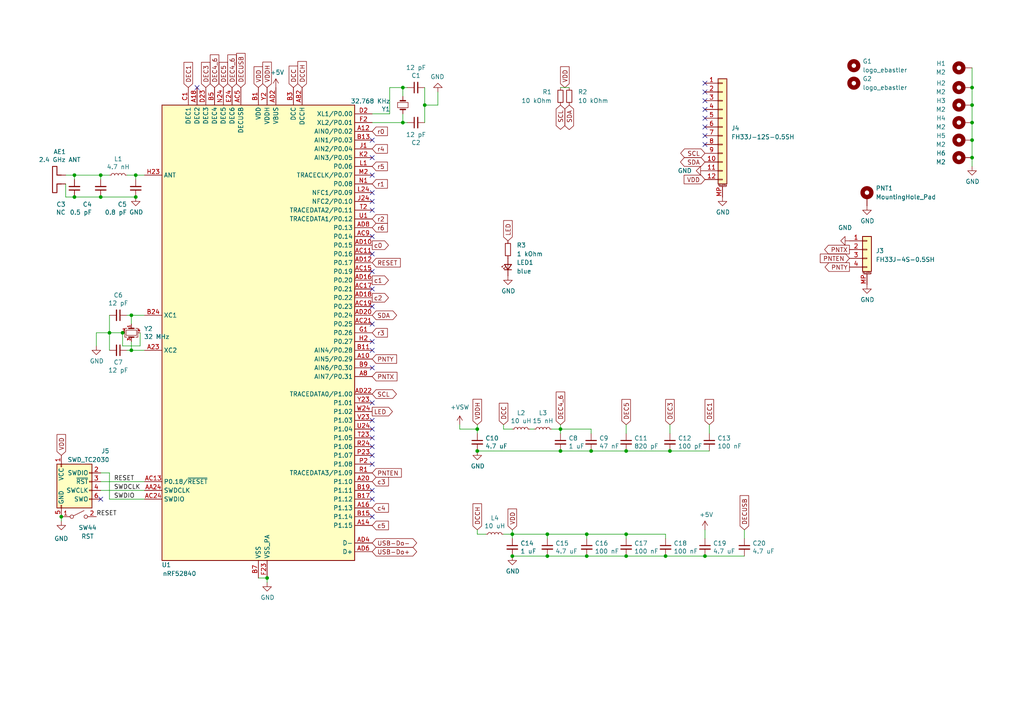
<source format=kicad_sch>
(kicad_sch (version 20230121) (generator eeschema)
  (paper "A4")
  (lib_symbols
    (symbol "Connector_Generic_MountingPin:Conn_01x04_MountingPin" (pin_names (offset 1.016) hide)
      (property "Reference" "J" (at 0 5.08 0))
      (property "Value" "Conn_01x04_MountingPin" (at 1.27 -7.62 0))
      (symbol "Conn_01x04_MountingPin_1_1"
        (rectangle (start -1.27 -4.953) (end 0 -5.207) (stroke (width 0.1524)))
        (rectangle (start -1.27 -2.413) (end 0 -2.667) (stroke (width 0.1524)))
        (rectangle (start -1.27 0.127) (end 0 -0.127) (stroke (width 0.1524)))
        (rectangle (start -1.27 2.667) (end 0 2.413) (stroke (width 0.1524)))
        (rectangle (start -1.27 3.81) (end 1.27 -6.35) (stroke (width 0.254)) (fill (type background)))
        (polyline (pts (xy -1.016 -7.112) (xy 1.016 -7.112)) (stroke (width 0.1524)))
        (text "Mounting" (at 0 -6.731 0) (effects (font (size 0.381 0.381))))
        (pin passive line (at -5.08 2.54 0) (length 3.81) (name "Pin_1") (number "1"))
        (pin passive line (at -5.08 0 0) (length 3.81) (name "Pin_2") (number "2"))
        (pin passive line (at -5.08 -2.54 0) (length 3.81) (name "Pin_3") (number "3"))
        (pin passive line (at -5.08 -5.08 0) (length 3.81) (name "Pin_4") (number "4"))
        (pin passive line (at 0 -10.16 90) (length 3.048) (name "MountPin") (number "MP"))
      )
    )
    (symbol "Connector_Generic_MountingPin:Conn_01x12_MountingPin" (pin_names (offset 1.016) hide)
      (property "Reference" "J" (at 0 15.24 0))
      (property "Value" "Conn_01x12_MountingPin" (at 1.27 -17.78 0))
      (symbol "Conn_01x12_MountingPin_1_1"
        (rectangle (start -1.27 -15.113) (end 0 -15.367) (stroke (width 0.1524)))
        (rectangle (start -1.27 -12.573) (end 0 -12.827) (stroke (width 0.1524)))
        (rectangle (start -1.27 -10.033) (end 0 -10.287) (stroke (width 0.1524)))
        (rectangle (start -1.27 -7.493) (end 0 -7.747) (stroke (width 0.1524)))
        (rectangle (start -1.27 -4.953) (end 0 -5.207) (stroke (width 0.1524)))
        (rectangle (start -1.27 -2.413) (end 0 -2.667) (stroke (width 0.1524)))
        (rectangle (start -1.27 0.127) (end 0 -0.127) (stroke (width 0.1524)))
        (rectangle (start -1.27 2.667) (end 0 2.413) (stroke (width 0.1524)))
        (rectangle (start -1.27 5.207) (end 0 4.953) (stroke (width 0.1524)))
        (rectangle (start -1.27 7.747) (end 0 7.493) (stroke (width 0.1524)))
        (rectangle (start -1.27 10.287) (end 0 10.033) (stroke (width 0.1524)))
        (rectangle (start -1.27 12.827) (end 0 12.573) (stroke (width 0.1524)))
        (rectangle (start -1.27 13.97) (end 1.27 -16.51) (stroke (width 0.254)) (fill (type background)))
        (polyline (pts (xy -1.016 -17.272) (xy 1.016 -17.272)) (stroke (width 0.1524)))
        (text "Mounting" (at 0 -16.891 0) (effects (font (size 0.381 0.381))))
        (pin passive line (at -5.08 12.7 0) (length 3.81) (name "Pin_1") (number "1"))
        (pin passive line (at -5.08 -10.16 0) (length 3.81) (name "Pin_10") (number "10"))
        (pin passive line (at -5.08 -12.7 0) (length 3.81) (name "Pin_11") (number "11"))
        (pin passive line (at -5.08 -15.24 0) (length 3.81) (name "Pin_12") (number "12"))
        (pin passive line (at -5.08 10.16 0) (length 3.81) (name "Pin_2") (number "2"))
        (pin passive line (at -5.08 7.62 0) (length 3.81) (name "Pin_3") (number "3"))
        (pin passive line (at -5.08 5.08 0) (length 3.81) (name "Pin_4") (number "4"))
        (pin passive line (at -5.08 2.54 0) (length 3.81) (name "Pin_5") (number "5"))
        (pin passive line (at -5.08 0 0) (length 3.81) (name "Pin_6") (number "6"))
        (pin passive line (at -5.08 -2.54 0) (length 3.81) (name "Pin_7") (number "7"))
        (pin passive line (at -5.08 -5.08 0) (length 3.81) (name "Pin_8") (number "8"))
        (pin passive line (at -5.08 -7.62 0) (length 3.81) (name "Pin_9") (number "9"))
        (pin passive line (at 0 -20.32 90) (length 3.048) (name "MountPin") (number "MP"))
      )
    )
    (symbol "Device:Antenna_Dipole" (pin_numbers hide) (pin_names (offset 1.016) hide)
      (property "Reference" "AE" (at 1.27 1.27 0))
      (property "Value" "Antenna_Dipole" (at 1.27 0 0))
      (symbol "Antenna_Dipole_0_1"
        (polyline (pts (xy 2.54 -3.81) (xy 2.54 -2.54) (xy 5.08 -2.54) (xy 5.08 -1.27) (xy -2.54 -1.27) (xy -2.54 -2.54) (xy 0 -2.54) (xy 0 -3.81)) (stroke (width 0.254)))
      )
      (symbol "Antenna_Dipole_1_1"
        (pin input line (at 0 -5.08 90) (length 2.54) (name "~") (number "1"))
        (pin input line (at 2.54 -5.08 90) (length 2.54) (name "~") (number "2"))
      )
    )
    (symbol "Device:C_Small" (pin_numbers hide) (pin_names (offset 0.254) hide)
      (property "Reference" "C" (at 0.254 1.778 0))
      (property "Value" "C_Small" (at 0.254 -2.032 0))
      (symbol "C_Small_0_1"
        (polyline (pts (xy -1.524 -0.508) (xy 1.524 -0.508)) (stroke (width 0.3302)))
        (polyline (pts (xy -1.524 0.508) (xy 1.524 0.508)) (stroke (width 0.3048)))
      )
      (symbol "C_Small_1_1"
        (pin passive line (at 0 2.54 270) (length 2.032) (name "~") (number "1"))
        (pin passive line (at 0 -2.54 90) (length 2.032) (name "~") (number "2"))
      )
    )
    (symbol "Device:Crystal_GND24_Small" (pin_names (offset 1.016) hide)
      (property "Reference" "Y" (at 1.27 4.445 0))
      (property "Value" "Crystal_GND24_Small" (at 1.27 2.54 0))
      (symbol "Crystal_GND24_Small_0_1"
        (rectangle (start -0.762 -1.524) (end 0.762 1.524))
        (polyline (pts (xy -1.27 -0.762) (xy -1.27 0.762)) (stroke (width 0.381)))
        (polyline (pts (xy 1.27 -0.762) (xy 1.27 0.762)) (stroke (width 0.381)))
        (polyline (pts (xy -1.27 -1.27) (xy -1.27 -1.905) (xy 1.27 -1.905) (xy 1.27 -1.27)))
        (polyline (pts (xy -1.27 1.27) (xy -1.27 1.905) (xy 1.27 1.905) (xy 1.27 1.27)))
      )
      (symbol "Crystal_GND24_Small_1_1"
        (pin passive line (at -2.54 0 0) (length 1.27) (name "1") (number "1"))
        (pin passive line (at 0 -2.54 90) (length 0.635) (name "2") (number "2"))
        (pin passive line (at 2.54 0 180) (length 1.27) (name "3") (number "3"))
        (pin passive line (at 0 2.54 270) (length 0.635) (name "4") (number "4"))
      )
    )
    (symbol "Device:Crystal_Small" (pin_numbers hide) (pin_names (offset 1.016) hide)
      (property "Reference" "Y" (at 0 2.54 0))
      (property "Value" "Crystal_Small" (at 0 -2.54 0))
      (symbol "Crystal_Small_0_1"
        (rectangle (start -0.762 -1.524) (end 0.762 1.524))
        (polyline (pts (xy -1.27 -0.762) (xy -1.27 0.762)) (stroke (width 0.381)))
        (polyline (pts (xy 1.27 -0.762) (xy 1.27 0.762)) (stroke (width 0.381)))
      )
      (symbol "Crystal_Small_1_1"
        (pin passive line (at -2.54 0 0) (length 1.27) (name "1") (number "1"))
        (pin passive line (at 2.54 0 180) (length 1.27) (name "2") (number "2"))
      )
    )
    (symbol "Device:LED_Small" (pin_numbers hide) (pin_names (offset 0.254) hide)
      (property "Reference" "D" (at -1.27 3.175 0))
      (property "Value" "LED_Small" (at -4.445 -2.54 0))
      (symbol "LED_Small_0_1"
        (polyline (pts (xy -0.762 -1.016) (xy -0.762 1.016)) (stroke (width 0.254)))
        (polyline (pts (xy 1.016 0) (xy -0.762 0)))
        (polyline (pts (xy 0.762 -1.016) (xy -0.762 0) (xy 0.762 1.016) (xy 0.762 -1.016)) (stroke (width 0.254)))
        (polyline (pts (xy 0 0.762) (xy -0.508 1.27) (xy -0.254 1.27) (xy -0.508 1.27) (xy -0.508 1.016)))
        (polyline (pts (xy 0.508 1.27) (xy 0 1.778) (xy 0.254 1.778) (xy 0 1.778) (xy 0 1.524)))
      )
      (symbol "LED_Small_1_1"
        (pin passive line (at -2.54 0 0) (length 1.778) (name "K") (number "1"))
        (pin passive line (at 2.54 0 180) (length 1.778) (name "A") (number "2"))
      )
    )
    (symbol "Device:L_Small" (pin_numbers hide) (pin_names (offset 0.254) hide)
      (property "Reference" "L" (at 0.762 1.016 0))
      (property "Value" "L_Small" (at 0.762 -1.016 0))
      (symbol "L_Small_0_1"
        (arc (start 0 -2.032) (mid 0.5058 -1.524) (end 0 -1.016))
        (arc (start 0 -1.016) (mid 0.5058 -0.508) (end 0 0))
        (arc (start 0 0) (mid 0.5058 0.508) (end 0 1.016))
        (arc (start 0 1.016) (mid 0.5058 1.524) (end 0 2.032))
      )
      (symbol "L_Small_1_1"
        (pin passive line (at 0 2.54 270) (length 0.508) (name "~") (number "1"))
        (pin passive line (at 0 -2.54 90) (length 0.508) (name "~") (number "2"))
      )
    )
    (symbol "Device:R_Small" (pin_numbers hide) (pin_names (offset 0.254) hide)
      (property "Reference" "R" (at 0.762 0.508 0))
      (property "Value" "R_Small" (at 0.762 -1.016 0))
      (symbol "R_Small_0_1"
        (rectangle (start -0.762 1.778) (end 0.762 -1.778) (stroke (width 0.2032)))
      )
      (symbol "R_Small_1_1"
        (pin passive line (at 0 2.54 270) (length 0.762) (name "~") (number "1"))
        (pin passive line (at 0 -2.54 90) (length 0.762) (name "~") (number "2"))
      )
    )
    (symbol "MCU_Nordic:nRF52840"
      (property "Reference" "U" (at 0 5.08 0))
      (property "Value" "nRF52840" (at 0 2.54 0))
      (symbol "nRF52840_0_1"
        (rectangle (start -27.94 66.04) (end 27.94 -66.04) (stroke (width 0.254)) (fill (type background)))
      )
      (symbol "nRF52840_1_1"
        (pin bidirectional line (at 33.02 -7.62 180) (length 5.08) (name "AIN5/P0.29") (number "A10"))
        (pin bidirectional line (at 33.02 58.42 180) (length 5.08) (name "AIN0/P0.02") (number "A12"))
        (pin bidirectional line (at 33.02 -55.88 180) (length 5.08) (name "P1.15") (number "A14"))
        (pin bidirectional line (at 33.02 -50.8 180) (length 5.08) (name "P1.13") (number "A16"))
        (pin passive line (at -17.78 71.12 270) (length 5.08) (name "DEC2") (number "A18"))
        (pin bidirectional line (at 33.02 -43.18 180) (length 5.08) (name "P1.10") (number "A20"))
        (pin passive line (at 0 71.12 270) (length 5.08) hide (name "VDD") (number "A22"))
        (pin input line (at -33.02 -5.08 0) (length 5.08) (name "XC2") (number "A23"))
        (pin bidirectional line (at 33.02 -12.7 180) (length 5.08) (name "AIN7/P0.31") (number "A8"))
        (pin input line (at -33.02 -45.72 0) (length 5.08) (name "SWDCLK") (number "AA24"))
        (pin power_out line (at 12.7 71.12 270) (length 5.08) (name "DCCH") (number "AB2"))
        (pin bidirectional line (at 33.02 22.86 180) (length 5.08) (name "P0.16") (number "AC11"))
        (pin bidirectional line (at -33.02 -43.18 0) (length 5.08) (name "P0.18/~{RESET}") (number "AC13"))
        (pin bidirectional line (at 33.02 17.78 180) (length 5.08) (name "P0.19") (number "AC15"))
        (pin bidirectional line (at 33.02 12.7 180) (length 5.08) (name "P0.21") (number "AC17"))
        (pin bidirectional line (at 33.02 7.62 180) (length 5.08) (name "P0.23") (number "AC19"))
        (pin bidirectional line (at 33.02 2.54 180) (length 5.08) (name "P0.25") (number "AC21"))
        (pin bidirectional line (at -33.02 -48.26 0) (length 5.08) (name "SWDIO") (number "AC24"))
        (pin passive line (at -5.08 71.12 270) (length 5.08) (name "DECUSB") (number "AC5"))
        (pin bidirectional line (at 33.02 27.94 180) (length 5.08) (name "P0.14") (number "AC9"))
        (pin bidirectional line (at 33.02 25.4 180) (length 5.08) (name "P0.15") (number "AD10"))
        (pin bidirectional line (at 33.02 20.32 180) (length 5.08) (name "P0.17") (number "AD12"))
        (pin passive line (at 0 71.12 270) (length 5.08) hide (name "VDD") (number "AD14"))
        (pin bidirectional line (at 33.02 15.24 180) (length 5.08) (name "P0.20") (number "AD16"))
        (pin bidirectional line (at 33.02 10.16 180) (length 5.08) (name "P0.22") (number "AD18"))
        (pin power_in line (at 5.08 71.12 270) (length 5.08) (name "VBUS") (number "AD2"))
        (pin bidirectional line (at 33.02 5.08 180) (length 5.08) (name "P0.24") (number "AD20"))
        (pin bidirectional line (at 33.02 -17.78 180) (length 5.08) (name "TRACEDATA0/P1.00") (number "AD22"))
        (pin passive line (at 0 71.12 270) (length 5.08) hide (name "VDD") (number "AD23"))
        (pin bidirectional line (at 33.02 -60.96 180) (length 5.08) (name "D-") (number "AD4"))
        (pin bidirectional line (at 33.02 -63.5 180) (length 5.08) (name "D+") (number "AD6"))
        (pin bidirectional line (at 33.02 30.48 180) (length 5.08) (name "P0.13") (number "AD8"))
        (pin power_in line (at 0 71.12 270) (length 5.08) (name "VDD") (number "B1"))
        (pin bidirectional line (at 33.02 -5.08 180) (length 5.08) (name "AIN4/P0.28") (number "B11"))
        (pin bidirectional line (at 33.02 55.88 180) (length 5.08) (name "AIN1/P0.03") (number "B13"))
        (pin bidirectional line (at 33.02 -53.34 180) (length 5.08) (name "P1.14") (number "B15"))
        (pin bidirectional line (at 33.02 -48.26 180) (length 5.08) (name "P1.12") (number "B17"))
        (pin bidirectional line (at 33.02 -45.72 180) (length 5.08) (name "P1.11") (number "B19"))
        (pin input line (at -33.02 5.08 0) (length 5.08) (name "XC1") (number "B24"))
        (pin power_out line (at 10.16 71.12 270) (length 5.08) (name "DCC") (number "B3"))
        (pin passive line (at -12.7 71.12 270) (length 5.08) (name "DEC4") (number "B5"))
        (pin power_in line (at 0 -71.12 90) (length 5.08) (name "VSS") (number "B7"))
        (pin bidirectional line (at 33.02 -10.16 180) (length 5.08) (name "AIN6/P0.30") (number "B9"))
        (pin passive line (at -20.32 71.12 270) (length 5.08) (name "DEC1") (number "C1"))
        (pin bidirectional line (at 33.02 63.5 180) (length 5.08) (name "XL1/P0.00") (number "D2"))
        (pin passive line (at -15.24 71.12 270) (length 5.08) (name "DEC3") (number "D23"))
        (pin passive line (at -7.62 71.12 270) (length 5.08) (name "DEC6") (number "E24"))
        (pin passive line (at 0 -71.12 90) (length 5.08) hide (name "VSS") (number "EP"))
        (pin bidirectional line (at 33.02 60.96 180) (length 5.08) (name "XL2/P0.01") (number "F2"))
        (pin power_in line (at 2.54 -71.12 90) (length 5.08) (name "VSS_PA") (number "F23"))
        (pin bidirectional line (at 33.02 0 180) (length 5.08) (name "P0.26") (number "G1"))
        (pin bidirectional line (at 33.02 -2.54 180) (length 5.08) (name "P0.27") (number "H2"))
        (pin passive line (at -33.02 45.72 0) (length 5.08) (name "ANT") (number "H23"))
        (pin bidirectional line (at 33.02 53.34 180) (length 5.08) (name "AIN2/P0.04") (number "J1"))
        (pin bidirectional line (at 33.02 38.1 180) (length 5.08) (name "NFC2/P0.10") (number "J24"))
        (pin bidirectional line (at 33.02 50.8 180) (length 5.08) (name "AIN3/P0.05") (number "K2"))
        (pin bidirectional line (at 33.02 48.26 180) (length 5.08) (name "P0.06") (number "L1"))
        (pin bidirectional line (at 33.02 40.64 180) (length 5.08) (name "NFC1/P0.09") (number "L24"))
        (pin bidirectional line (at 33.02 45.72 180) (length 5.08) (name "TRACECLK/P0.07") (number "M2"))
        (pin bidirectional line (at 33.02 43.18 180) (length 5.08) (name "P0.08") (number "N1"))
        (pin passive line (at -10.16 71.12 270) (length 5.08) (name "DEC5") (number "N24"))
        (pin bidirectional line (at 33.02 -38.1 180) (length 5.08) (name "P1.08") (number "P2"))
        (pin bidirectional line (at 33.02 -35.56 180) (length 5.08) (name "P1.07") (number "P23"))
        (pin bidirectional line (at 33.02 -40.64 180) (length 5.08) (name "TRACEDATA3/P1.09") (number "R1"))
        (pin bidirectional line (at 33.02 -33.02 180) (length 5.08) (name "P1.06") (number "R24"))
        (pin bidirectional line (at 33.02 35.56 180) (length 5.08) (name "TRACEDATA2/P0.11") (number "T2"))
        (pin bidirectional line (at 33.02 -30.48 180) (length 5.08) (name "P1.05") (number "T23"))
        (pin bidirectional line (at 33.02 33.02 180) (length 5.08) (name "TRACEDATA1/P0.12") (number "U1"))
        (pin bidirectional line (at 33.02 -27.94 180) (length 5.08) (name "P1.04") (number "U24"))
        (pin bidirectional line (at 33.02 -25.4 180) (length 5.08) (name "P1.03") (number "V23"))
        (pin passive line (at 0 71.12 270) (length 5.08) hide (name "VDD") (number "W1"))
        (pin bidirectional line (at 33.02 -22.86 180) (length 5.08) (name "P1.02") (number "W24"))
        (pin power_in line (at 2.54 71.12 270) (length 5.08) (name "VDDH") (number "Y2"))
        (pin bidirectional line (at 33.02 -20.32 180) (length 5.08) (name "P1.01") (number "Y23"))
      )
    )
    (symbol "Mechanical:MountingHole" (pin_names (offset 1.016))
      (property "Reference" "H" (at 0 5.08 0))
      (property "Value" "MountingHole" (at 0 3.175 0))
      (symbol "MountingHole_0_1"
        (circle (center 0 0) (radius 1.27) (stroke (width 1.27)))
      )
    )
    (symbol "Mechanical:MountingHole_Pad" (pin_numbers hide) (pin_names (offset 1.016) hide)
      (property "Reference" "H" (at 0 6.35 0))
      (property "Value" "MountingHole_Pad" (at 0 4.445 0))
      (symbol "MountingHole_Pad_0_1"
        (circle (center 0 1.27) (radius 1.27) (stroke (width 1.27)))
      )
      (symbol "MountingHole_Pad_1_1"
        (pin input line (at 0 -2.54 90) (length 2.54) (name "1") (number "1"))
      )
    )
    (symbol "MountingHole_Pad_1" (pin_numbers hide) (pin_names (offset 1.016) hide)
      (property "Reference" "PNT1" (at 2.54 2.5401 0))
      (property "Value" "MountingHole_Pad_1" (at 2.54 0.0001 0))
      (symbol "MountingHole_Pad_1_0_1"
        (circle (center 0 1.27) (radius 1.27) (stroke (width 1.27)))
      )
      (symbol "MountingHole_Pad_1_1_1"
        (pin input line (at 0 -2.54 90) (length 2.54) (name "MP") (number "MP"))
      )
    )
    (symbol "Switch:SW_SPST" (pin_names (offset 0) hide)
      (property "Reference" "SW" (at 0 3.175 0))
      (property "Value" "SW_SPST" (at 0 -2.54 0))
      (symbol "SW_SPST_0_0"
        (circle (center -2.032 0) (radius 0.508))
        (polyline (pts (xy -1.524 0.254) (xy 1.524 1.778)))
        (circle (center 2.032 0) (radius 0.508))
      )
      (symbol "SW_SPST_1_1"
        (pin passive line (at -5.08 0 0) (length 2.54) (name "A") (number "1"))
        (pin passive line (at 5.08 0 180) (length 2.54) (name "B") (number "2"))
      )
    )
    (symbol "marbastlib-various:JTAG_TC2030" (pin_names (offset 1.016))
      (property "Reference" "J" (at -3.81 -6.35 0))
      (property "Value" "JTAG_TC2030" (at -10.16 8.89 0))
      (symbol "JTAG_TC2030_0_1"
        (rectangle (start -3.81 7.62) (end 6.35 -5.08) (stroke (width 0.254)) (fill (type background)))
        (rectangle (start -3.048 -2.667) (end -3.81 -2.413))
        (rectangle (start -3.048 -0.127) (end -3.81 0.127))
        (rectangle (start -3.048 2.413) (end -3.81 2.667))
        (rectangle (start -3.048 4.953) (end -3.81 5.207))
        (rectangle (start 4.953 -5.08) (end 5.207 -4.318))
        (rectangle (start 4.953 6.858) (end 5.207 7.62))
      )
      (symbol "JTAG_TC2030_1_1"
        (pin passive line (at 5.08 10.16 270) (length 2.54) (name "VCC") (number "1"))
        (pin passive line (at -6.35 5.08 0) (length 2.54) (name "SWDIO") (number "2"))
        (pin passive line (at -6.35 2.54 0) (length 2.54) (name "~{RST}") (number "3"))
        (pin passive line (at -6.35 0 0) (length 2.54) (name "SWCLK") (number "4"))
        (pin passive line (at 5.08 -7.62 90) (length 2.54) (name "GND") (number "5"))
        (pin passive line (at -6.35 -2.54 0) (length 2.54) (name "SWO") (number "6"))
      )
    )
    (symbol "power:+5V" (power) (pin_names (offset 0))
      (property "Value" "+5V" (at 0 3.556 0))
      (symbol "+5V_0_1"
        (polyline (pts (xy -0.762 1.27) (xy 0 2.54)))
        (polyline (pts (xy 0 0) (xy 0 2.54)))
        (polyline (pts (xy 0 2.54) (xy 0.762 1.27)))
      )
      (symbol "+5V_1_1"
        (pin power_in line (at 0 0 90) (length 0) hide (name "+5V") (number "1"))
      )
    )
    (symbol "power:+VSW" (power) (pin_names (offset 0))
      (property "Value" "+VSW" (at 0 3.556 0))
      (symbol "+VSW_0_1"
        (polyline (pts (xy -0.762 1.27) (xy 0 2.54)))
        (polyline (pts (xy 0 0) (xy 0 2.54)))
        (polyline (pts (xy 0 2.54) (xy 0.762 1.27)))
      )
      (symbol "+VSW_1_1"
        (pin power_in line (at 0 0 90) (length 0) hide (name "+VSW") (number "1"))
      )
    )
    (symbol "power:GND" (power) (pin_names (offset 0))
      (property "Value" "GND" (at 0 -3.81 0))
      (symbol "GND_0_1"
        (polyline (pts (xy 0 0) (xy 0 -1.27) (xy 1.27 -1.27) (xy 0 -2.54) (xy -1.27 -1.27) (xy 0 -1.27)))
      )
      (symbol "GND_1_1"
        (pin power_in line (at 0 0 270) (length 0) hide (name "GND") (number "1"))
      )
    )
  )
  (junction (at 35.56 96.52) (diameter 0.9144))
  (junction (at 281.94 30.48))
  (junction (at 29.21 57.15) (diameter 0.9144))
  (junction (at 162.56 130.81) (diameter 0.9144))
  (junction (at 77.47 167.64) (diameter 0.9144))
  (junction (at 193.04 161.29) (diameter 0.9144))
  (junction (at 170.18 161.29) (diameter 0.9144))
  (junction (at 158.75 154.94) (diameter 0.9144))
  (junction (at 281.94 40.64))
  (junction (at 21.59 57.15))
  (junction (at 31.75 96.52) (diameter 0.9144))
  (junction (at 39.37 57.15) (diameter 0.9144))
  (junction (at 39.37 50.8) (diameter 0.9144))
  (junction (at 158.75 161.29) (diameter 0.9144))
  (junction (at 17.78 149.86))
  (junction (at 181.61 154.94) (diameter 0.9144))
  (junction (at 138.43 124.46) (diameter 0.9144))
  (junction (at 123.19 30.48) (diameter 0.9144))
  (junction (at 204.47 161.29) (diameter 0.9144))
  (junction (at 281.94 25.4))
  (junction (at 148.59 161.29) (diameter 0.9144))
  (junction (at 170.18 154.94) (diameter 0.9144))
  (junction (at 29.21 50.8) (diameter 0.9144))
  (junction (at 116.84 25.4) (diameter 0.9144))
  (junction (at 194.31 130.81) (diameter 0.9144))
  (junction (at 181.61 130.81) (diameter 0.9144))
  (junction (at 38.1 91.44) (diameter 0.9144))
  (junction (at 162.56 124.46) (diameter 0.9144))
  (junction (at 38.1 101.6) (diameter 0.9144))
  (junction (at 281.94 45.72))
  (junction (at 21.59 50.8))
  (junction (at 171.45 130.81) (diameter 0.9144))
  (junction (at 116.84 35.56) (diameter 0.9144))
  (junction (at 181.61 161.29) (diameter 0.9144))
  (junction (at 281.94 35.56))
  (junction (at 138.43 130.81) (diameter 0.9144))
  (junction (at 148.59 154.94) (diameter 0.9144))
  (no_connect (at 107.95 142.24))
  (no_connect (at 204.47 41.91))
  (no_connect (at 204.47 39.37))
  (no_connect (at 204.47 36.83))
  (no_connect (at 204.47 34.29))
  (no_connect (at 204.47 31.75))
  (no_connect (at 204.47 29.21))
  (no_connect (at 204.47 26.67))
  (no_connect (at 204.47 24.13))
  (no_connect (at 107.95 78.74))
  (no_connect (at 107.95 88.9))
  (no_connect (at 107.95 134.62))
  (no_connect (at 107.95 149.86))
  (no_connect (at 107.95 50.8))
  (no_connect (at 107.95 144.78))
  (no_connect (at 107.95 83.82))
  (no_connect (at 107.95 121.92))
  (no_connect (at 107.95 132.08))
  (no_connect (at 107.95 73.66))
  (no_connect (at 29.21 144.78))
  (no_connect (at 107.95 101.6))
  (no_connect (at 107.95 58.42))
  (no_connect (at 107.95 106.68))
  (no_connect (at 107.95 129.54))
  (no_connect (at 107.95 124.46))
  (no_connect (at 107.95 55.88))
  (no_connect (at 107.95 68.58))
  (no_connect (at 107.95 60.96))
  (no_connect (at 57.15 25.4))
  (no_connect (at 107.95 45.72))
  (no_connect (at 107.95 99.06))
  (no_connect (at 107.95 40.64))
  (no_connect (at 107.95 116.84))
  (no_connect (at 107.95 127))
  (no_connect (at 107.95 93.98))
  (wire (pts (xy 31.75 101.6) (xy 31.75 96.52)))
  (wire (pts (xy 116.84 25.4) (xy 118.11 25.4)))
  (wire (pts (xy 27.94 100.33) (xy 27.94 96.52)))
  (wire (pts (xy 19.05 57.15) (xy 21.59 57.15)))
  (wire (pts (xy 281.94 25.4) (xy 281.94 30.48)))
  (wire (pts (xy 17.78 149.86) (xy 17.78 151.13)))
  (wire (pts (xy 29.21 139.7) (xy 41.91 139.7)))
  (wire (pts (xy 204.47 161.29) (xy 215.9 161.29)))
  (wire (pts (xy 148.59 161.29) (xy 158.75 161.29)))
  (wire (pts (xy 29.21 142.24) (xy 41.91 142.24)))
  (wire (pts (xy 138.43 125.73) (xy 138.43 124.46)))
  (wire (pts (xy 107.95 35.56) (xy 116.84 35.56)))
  (wire (pts (xy 281.94 45.72) (xy 281.94 48.26)))
  (wire (pts (xy 281.94 35.56) (xy 281.94 40.64)))
  (wire (pts (xy 170.18 154.94) (xy 170.18 156.21)))
  (wire (pts (xy 170.18 154.94) (xy 181.61 154.94)))
  (wire (pts (xy 193.04 154.94) (xy 193.04 156.21)))
  (wire (pts (xy 116.84 25.4) (xy 113.03 25.4)))
  (wire (pts (xy 38.1 91.44) (xy 36.83 91.44)))
  (wire (pts (xy 158.75 161.29) (xy 170.18 161.29)))
  (wire (pts (xy 162.56 124.46) (xy 171.45 124.46)))
  (wire (pts (xy 146.05 124.46) (xy 148.59 124.46)))
  (wire (pts (xy 162.56 124.46) (xy 162.56 123.19)))
  (wire (pts (xy 140.97 154.94) (xy 138.43 154.94)))
  (wire (pts (xy 204.47 153.67) (xy 204.47 156.21)))
  (wire (pts (xy 138.43 130.81) (xy 162.56 130.81)))
  (wire (pts (xy 127 30.48) (xy 123.19 30.48)))
  (wire (pts (xy 38.1 91.44) (xy 41.91 91.44)))
  (wire (pts (xy 148.59 154.94) (xy 158.75 154.94)))
  (wire (pts (xy 215.9 153.67) (xy 215.9 156.21)))
  (wire (pts (xy 171.45 130.81) (xy 181.61 130.81)))
  (wire (pts (xy 21.59 57.15) (xy 29.21 57.15)))
  (wire (pts (xy 181.61 154.94) (xy 193.04 154.94)))
  (wire (pts (xy 133.35 124.46) (xy 138.43 124.46)))
  (wire (pts (xy 148.59 154.94) (xy 148.59 156.21)))
  (wire (pts (xy 193.04 161.29) (xy 204.47 161.29)))
  (wire (pts (xy 160.02 124.46) (xy 162.56 124.46)))
  (wire (pts (xy 181.61 161.29) (xy 193.04 161.29)))
  (wire (pts (xy 153.67 124.46) (xy 154.94 124.46)))
  (wire (pts (xy 281.94 40.64) (xy 281.94 45.72)))
  (wire (pts (xy 21.59 50.8) (xy 21.59 52.07)))
  (wire (pts (xy 113.03 33.02) (xy 107.95 33.02)))
  (wire (pts (xy 171.45 124.46) (xy 171.45 125.73)))
  (wire (pts (xy 158.75 156.21) (xy 158.75 154.94)))
  (wire (pts (xy 31.75 137.16) (xy 31.75 144.78)))
  (wire (pts (xy 77.47 168.91) (xy 77.47 167.64)))
  (wire (pts (xy 29.21 137.16) (xy 31.75 137.16)))
  (wire (pts (xy 35.56 96.52) (xy 31.75 96.52)))
  (wire (pts (xy 194.31 130.81) (xy 205.74 130.81)))
  (wire (pts (xy 133.35 123.19) (xy 133.35 124.46)))
  (wire (pts (xy 40.64 96.52) (xy 40.64 100.33)))
  (wire (pts (xy 40.64 100.33) (xy 35.56 100.33)))
  (wire (pts (xy 146.05 123.19) (xy 146.05 124.46)))
  (wire (pts (xy 38.1 93.98) (xy 38.1 91.44)))
  (wire (pts (xy 162.56 25.4) (xy 165.1 25.4)))
  (wire (pts (xy 31.75 96.52) (xy 31.75 91.44)))
  (wire (pts (xy 205.74 123.19) (xy 205.74 125.73)))
  (wire (pts (xy 281.94 30.48) (xy 281.94 35.56)))
  (wire (pts (xy 148.59 154.94) (xy 146.05 154.94)))
  (wire (pts (xy 27.94 96.52) (xy 31.75 96.52)))
  (wire (pts (xy 38.1 99.06) (xy 38.1 101.6)))
  (wire (pts (xy 39.37 50.8) (xy 41.91 50.8)))
  (wire (pts (xy 116.84 35.56) (xy 118.11 35.56)))
  (wire (pts (xy 19.05 53.34) (xy 19.05 57.15)))
  (wire (pts (xy 35.56 100.33) (xy 35.56 96.52)))
  (wire (pts (xy 31.75 144.78) (xy 41.91 144.78)))
  (wire (pts (xy 170.18 161.29) (xy 181.61 161.29)))
  (wire (pts (xy 123.19 25.4) (xy 123.19 30.48)))
  (wire (pts (xy 123.19 30.48) (xy 123.19 35.56)))
  (wire (pts (xy 281.94 19.685) (xy 281.94 25.4)))
  (wire (pts (xy 148.59 153.67) (xy 148.59 154.94)))
  (wire (pts (xy 194.31 123.19) (xy 194.31 125.73)))
  (wire (pts (xy 181.61 125.73) (xy 181.61 123.19)))
  (wire (pts (xy 29.21 57.15) (xy 39.37 57.15)))
  (wire (pts (xy 162.56 124.46) (xy 162.56 125.73)))
  (wire (pts (xy 158.75 154.94) (xy 170.18 154.94)))
  (wire (pts (xy 36.83 50.8) (xy 39.37 50.8)))
  (wire (pts (xy 77.47 167.64) (xy 74.93 167.64)))
  (wire (pts (xy 181.61 130.81) (xy 194.31 130.81)))
  (wire (pts (xy 138.43 124.46) (xy 138.43 123.19)))
  (wire (pts (xy 21.59 50.8) (xy 29.21 50.8)))
  (wire (pts (xy 38.1 101.6) (xy 36.83 101.6)))
  (wire (pts (xy 19.05 50.8) (xy 21.59 50.8)))
  (wire (pts (xy 39.37 50.8) (xy 39.37 52.07)))
  (wire (pts (xy 162.56 130.81) (xy 171.45 130.81)))
  (wire (pts (xy 138.43 153.67) (xy 138.43 154.94)))
  (wire (pts (xy 29.21 50.8) (xy 29.21 52.07)))
  (wire (pts (xy 38.1 101.6) (xy 41.91 101.6)))
  (wire (pts (xy 116.84 33.02) (xy 116.84 35.56)))
  (wire (pts (xy 113.03 25.4) (xy 113.03 33.02)))
  (wire (pts (xy 116.84 27.94) (xy 116.84 25.4)))
  (wire (pts (xy 127 26.67) (xy 127 30.48)))
  (wire (pts (xy 31.75 50.8) (xy 29.21 50.8)))
  (wire (pts (xy 181.61 154.94) (xy 181.61 156.21)))
  (label "RESET" (at 33.02 139.7 0))
  (label "SWDCLK" (at 33.02 142.24 0))
  (label "SWDIO" (at 33.02 144.78 0))
  (label "RESET" (at 27.94 149.86 0))
  (global_label "SCL" (shape bidirectional) (at 162.56 30.48 270) (property "Intersheetrefs" "${INTERSHEET_REFS}" (effects hide)))
  (global_label "PNTX" (shape input) (at 107.95 109.22 0) (property "Intersheetrefs" "${INTERSHEET_REFS}" (effects hide)))
  (global_label "DEC1" (shape input) (at 205.74 123.19 90) (property "Intersheetrefs" "${INTERSHEET_REFS}" (effects hide)))
  (global_label "r1" (shape input) (at 107.95 53.34 0) (property "Intersheetrefs" "${INTERSHEET_REFS}" (effects hide)))
  (global_label "USB-Do-" (shape bidirectional) (at 107.95 157.48 0) (property "Intersheetrefs" "${INTERSHEET_REFS}" (effects hide)))
  (global_label "SDA" (shape bidirectional) (at 107.95 91.44 0) (property "Intersheetrefs" "${INTERSHEET_REFS}" (effects hide)))
  (global_label "VDD" (shape input) (at 74.93 25.4 90) (property "Intersheetrefs" "${INTERSHEET_REFS}" (effects hide)))
  (global_label "DECUSB" (shape input) (at 69.85 25.4 90) (property "Intersheetrefs" "${INTERSHEET_REFS}" (effects hide)))
  (global_label "c1" (shape output) (at 107.95 81.28 0) (property "Intersheetrefs" "${INTERSHEET_REFS}" (effects hide)))
  (global_label "c5" (shape input) (at 107.95 152.4 0) (property "Intersheetrefs" "${INTERSHEET_REFS}" (effects hide)))
  (global_label "DEC5" (shape input) (at 64.77 25.4 90) (property "Intersheetrefs" "${INTERSHEET_REFS}" (effects hide)))
  (global_label "VDD" (shape input) (at 204.47 52.07 180) (property "Intersheetrefs" "${INTERSHEET_REFS}" (effects hide)))
  (global_label "PNTEN" (shape input) (at 246.38 74.93 180) (property "Intersheetrefs" "${INTERSHEET_REFS}" (effects hide)))
  (global_label "r3" (shape input) (at 107.95 96.52 0) (property "Intersheetrefs" "${INTERSHEET_REFS}" (effects hide)))
  (global_label "r6" (shape input) (at 107.95 66.04 0) (property "Intersheetrefs" "${INTERSHEET_REFS}" (effects hide)))
  (global_label "DEC4_6" (shape input) (at 67.31 25.4 90) (property "Intersheetrefs" "${INTERSHEET_REFS}" (effects hide)))
  (global_label "DECUSB" (shape input) (at 215.9 153.67 90) (property "Intersheetrefs" "${INTERSHEET_REFS}" (effects hide)))
  (global_label "VDDH" (shape input) (at 138.43 123.19 90) (property "Intersheetrefs" "${INTERSHEET_REFS}" (effects hide)))
  (global_label "LED" (shape output) (at 107.95 119.38 0) (property "Intersheetrefs" "${INTERSHEET_REFS}" (effects hide)))
  (global_label "r5" (shape input) (at 107.95 48.26 0) (property "Intersheetrefs" "${INTERSHEET_REFS}" (effects hide)))
  (global_label "SDA" (shape bidirectional) (at 204.47 46.99 180) (property "Intersheetrefs" "${INTERSHEET_REFS}" (effects hide)))
  (global_label "VDD" (shape input) (at 163.83 25.4 90) (property "Intersheetrefs" "${INTERSHEET_REFS}" (effects hide)))
  (global_label "r4" (shape input) (at 107.95 43.18 0) (property "Intersheetrefs" "${INTERSHEET_REFS}" (effects hide)))
  (global_label "c4" (shape input) (at 107.95 147.32 0) (property "Intersheetrefs" "${INTERSHEET_REFS}" (effects hide)))
  (global_label "SCL" (shape bidirectional) (at 107.95 114.3 0) (property "Intersheetrefs" "${INTERSHEET_REFS}" (effects hide)))
  (global_label "DEC3" (shape input) (at 59.69 25.4 90) (property "Intersheetrefs" "${INTERSHEET_REFS}" (effects hide)))
  (global_label "DCC" (shape input) (at 146.05 123.19 90) (property "Intersheetrefs" "${INTERSHEET_REFS}" (effects hide)))
  (global_label "DEC1" (shape input) (at 54.61 25.4 90) (property "Intersheetrefs" "${INTERSHEET_REFS}" (effects hide)))
  (global_label "PNTY" (shape output) (at 246.38 77.47 180) (property "Intersheetrefs" "${INTERSHEET_REFS}" (effects hide)))
  (global_label "DCCH" (shape input) (at 138.43 153.67 90) (property "Intersheetrefs" "${INTERSHEET_REFS}" (effects hide)))
  (global_label "DEC3" (shape input) (at 194.31 123.19 90) (property "Intersheetrefs" "${INTERSHEET_REFS}" (effects hide)))
  (global_label "RESET" (shape input) (at 107.95 76.2 0) (property "Intersheetrefs" "${INTERSHEET_REFS}" (effects hide)))
  (global_label "PNTEN" (shape input) (at 107.95 137.16 0) (property "Intersheetrefs" "${INTERSHEET_REFS}" (effects hide)))
  (global_label "DCC" (shape input) (at 85.09 25.4 90) (property "Intersheetrefs" "${INTERSHEET_REFS}" (effects hide)))
  (global_label "VDD" (shape input) (at 148.59 153.67 90) (property "Intersheetrefs" "${INTERSHEET_REFS}" (effects hide)))
  (global_label "DEC4_6" (shape input) (at 62.23 25.4 90) (property "Intersheetrefs" "${INTERSHEET_REFS}" (effects hide)))
  (global_label "PNTY" (shape input) (at 107.95 104.14 0) (property "Intersheetrefs" "${INTERSHEET_REFS}" (effects hide)))
  (global_label "DEC5" (shape input) (at 181.61 123.19 90) (property "Intersheetrefs" "${INTERSHEET_REFS}" (effects hide)))
  (global_label "c3" (shape input) (at 107.95 139.7 0) (property "Intersheetrefs" "${INTERSHEET_REFS}" (effects hide)))
  (global_label "DEC4_6" (shape input) (at 162.56 123.19 90) (property "Intersheetrefs" "${INTERSHEET_REFS}" (effects hide)))
  (global_label "r2" (shape input) (at 107.95 63.5 0) (property "Intersheetrefs" "${INTERSHEET_REFS}" (effects hide)))
  (global_label "USB-Do+" (shape bidirectional) (at 107.95 160.02 0) (property "Intersheetrefs" "${INTERSHEET_REFS}" (effects hide)))
  (global_label "SDA" (shape bidirectional) (at 165.1 30.48 270) (property "Intersheetrefs" "${INTERSHEET_REFS}" (effects hide)))
  (global_label "r0" (shape input) (at 107.95 38.1 0) (property "Intersheetrefs" "${INTERSHEET_REFS}" (effects hide)))
  (global_label "VDDH" (shape input) (at 77.47 25.4 90) (property "Intersheetrefs" "${INTERSHEET_REFS}" (effects hide)))
  (global_label "c2" (shape output) (at 107.95 86.36 0) (property "Intersheetrefs" "${INTERSHEET_REFS}" (effects hide)))
  (global_label "c0" (shape output) (at 107.95 71.12 0) (property "Intersheetrefs" "${INTERSHEET_REFS}" (effects hide)))
  (global_label "LED" (shape input) (at 147.32 69.85 90) (property "Intersheetrefs" "${INTERSHEET_REFS}" (effects hide)))
  (global_label "SCL" (shape bidirectional) (at 204.47 44.45 180) (property "Intersheetrefs" "${INTERSHEET_REFS}" (effects hide)))
  (global_label "VDD" (shape input) (at 17.78 132.08 90) (property "Intersheetrefs" "${INTERSHEET_REFS}" (effects hide)))
  (global_label "PNTX" (shape output) (at 246.38 72.39 180) (property "Intersheetrefs" "${INTERSHEET_REFS}" (effects hide)))
  (global_label "DCCH" (shape input) (at 87.63 25.4 90) (property "Intersheetrefs" "${INTERSHEET_REFS}" (effects hide)))
  (symbol (lib_id "power:GND") (at 246.38 69.85 270) (unit 1)
    (property "Reference" "#PWR08" (effects hide))
    (property "Value" "GND" (at 245.11 66.04 90))
  )
  (symbol (lib_id "power:+5V") (at 80.01 25.4 0) (unit 1)
    (property "Reference" "#PWR01" (effects hide))
    (property "Value" "+5V" (at 80.391 21.0058 0))
  )
  (symbol (lib_id "Device:C_Small") (at 162.56 128.27 0) (unit 1)
    (property "Reference" "C8" (at 164.8968 127.1016 0) (effects (justify left)))
    (property "Value" "1 uF" (at 164.8968 129.413 0) (effects (justify left)))
    (property "Footprint" "Capacitor_SMD:C_0402_1005Metric" (effects hide))
    (property "Notes" "X7R, 10%" (effects hide))
    (property "LCSC" "C52923" (effects hide))
  )
  (symbol (lib_id "Device:C_Small") (at 215.9 158.75 0) (unit 1)
    (property "Reference" "C20" (at 218.2368 157.5816 0) (effects (justify left)))
    (property "Value" "4.7 uF" (at 218.2368 159.893 0) (effects (justify left)))
    (property "Footprint" "Capacitor_SMD:C_0402_1005Metric" (effects hide))
    (property "Notes" "X7R, 10%" (effects hide))
    (property "LCSC" "C23733" (effects hide))
  )
  (symbol (lib_id "power:GND") (at 204.47 49.53 270) (unit 1)
    (property "Reference" "#PWR04" (effects hide))
    (property "Value" "GND" (at 200.66 49.5299 90) (effects (justify right)))
  )
  (symbol (lib_id "power:GND") (at 138.43 130.81 0) (unit 1)
    (property "Reference" "#PWR013" (effects hide))
    (property "Value" "GND" (at 138.557 135.2042 0))
  )
  (symbol (lib_id "Device:C_Small") (at 148.59 158.75 0) (unit 1)
    (property "Reference" "C14" (at 150.9268 157.5816 0) (effects (justify left)))
    (property "Value" "1 uF" (at 150.9268 159.893 0) (effects (justify left)))
    (property "Footprint" "Capacitor_SMD:C_0402_1005Metric" (effects hide))
    (property "Notes" "X7R, 10%" (effects hide))
    (property "LCSC" "C52923" (effects hide))
  )
  (symbol (lib_id "Device:C_Small") (at 171.45 128.27 0) (unit 1)
    (property "Reference" "C9" (at 173.7868 127.1016 0) (effects (justify left)))
    (property "Value" "47 nF" (at 173.7868 129.413 0) (effects (justify left)))
    (property "Footprint" "Capacitor_SMD:C_0402_1005Metric" (effects hide))
    (property "Notes" "X7R, 10%" (effects hide))
    (property "LCSC" "C26403" (effects hide))
  )
  (symbol (lib_id "Device:C_Small") (at 205.74 128.27 0) (unit 1)
    (property "Reference" "C13" (at 208.0768 127.1016 0) (effects (justify left)))
    (property "Value" "100 nF" (at 208.0768 129.413 0) (effects (justify left)))
    (property "Footprint" "Capacitor_SMD:C_0402_1005Metric" (effects hide))
    (property "Notes" "X7R, 10%" (effects hide))
    (property "LCSC" "C1525" (effects hide))
  )
  (symbol (lib_id "Device:C_Small") (at 170.18 158.75 0) (unit 1)
    (property "Reference" "C16" (at 172.5168 157.5816 0) (effects (justify left)))
    (property "Value" "100 nF" (at 172.5168 159.893 0) (effects (justify left)))
    (property "Footprint" "Capacitor_SMD:C_0402_1005Metric" (effects hide))
    (property "Notes" "X7R, 10%" (effects hide))
    (property "LCSC" "C1525" (effects hide))
  )
  (symbol (lib_id "Switch:SW_SPST") (at 22.86 149.86 0) (unit 1)
    (property "Reference" "SW44" (at 25.4 153.035 0))
    (property "Value" "RST" (at 25.4 155.575 0))
    (property "Footprint" "marbastlib-various:SW_SPST_SKQG_WithStem" (effects hide))
  )
  (symbol (lib_id "Mechanical:MountingHole_Pad") (at 279.4 35.56 90) (unit 1)
    (property "Reference" "H4" (at 274.32 34.2899 90) (effects (justify left)))
    (property "Value" "M2" (at 274.32 36.8299 90) (effects (justify left)))
    (property "Footprint" "MountingHole:MountingHole_2.2mm_M2_DIN965_Pad" (effects hide))
  )
  (symbol (lib_id "power:GND") (at 209.55 57.15 0) (unit 1)
    (property "Reference" "#PWR06" (effects hide))
    (property "Value" "GND" (at 209.677 61.5442 0))
  )
  (symbol (lib_id "Device:C_Small") (at 194.31 128.27 0) (unit 1)
    (property "Reference" "C12" (at 196.6468 127.1016 0) (effects (justify left)))
    (property "Value" "100 pF" (at 196.6468 129.413 0) (effects (justify left)))
    (property "Footprint" "Capacitor_SMD:C_0402_1005Metric" (effects hide))
    (property "Notes" "NP0, 5%" (effects hide))
    (property "LCSC" "C1546" (effects hide))
  )
  (symbol (lib_id "Device:C_Small") (at 34.29 91.44 270) (unit 1)
    (property "Reference" "C6" (at 34.29 85.6234 90))
    (property "Value" "12 pF" (at 34.29 87.9348 90))
    (property "Footprint" "Capacitor_SMD:C_0402_1005Metric" (effects hide))
    (property "Notes" "NP0, 2%" (effects hide))
    (property "LCSC" "C1547" (effects hide))
  )
  (symbol (lib_id "Device:C_Small") (at 39.37 54.61 180) (unit 1)
    (property "Reference" "C5" (at 36.83 59.2836 0) (effects (justify left)))
    (property "Value" "0.8 pF" (at 36.83 61.595 0) (effects (justify left)))
    (property "Footprint" "Capacitor_SMD:C_0402_1005Metric" (effects hide))
    (property "Notes" "NP0, 10%" (effects hide))
    (property "LCSC" "C285068" (effects hide))
  )
  (symbol (lib_id "Device:Crystal_GND24_Small") (at 38.1 96.52 270) (unit 1)
    (property "Reference" "Y2" (at 41.7576 95.3516 90) (effects (justify left)))
    (property "Value" "32 MHz" (at 41.7576 97.663 90) (effects (justify left)))
    (property "Footprint" "Crystal:Crystal_SMD_2016-4Pin_2.0x1.6mm" (effects hide))
    (property "Datasheet" "https://datasheet.lcsc.com/szlcsc/Seiko-Epson-Q22FA12800025_C187794.pdf" (effects hide))
    (property "LCSC" "C187794" (effects hide))
  )
  (symbol (lib_id "Device:C_Small") (at 181.61 128.27 0) (unit 1)
    (property "Reference" "C11" (at 183.9468 127.1016 0) (effects (justify left)))
    (property "Value" "820 pF" (at 183.9468 129.413 0) (effects (justify left)))
    (property "Footprint" "Capacitor_SMD:C_0402_1005Metric" (effects hide))
    (property "Notes" "NP0, 5%" (effects hide))
    (property "LCSC" "C161159" (effects hide))
  )
  (symbol (lib_id "power:GND") (at 127 26.67 180) (unit 1)
    (property "Reference" "#PWR02" (effects hide))
    (property "Value" "GND" (at 126.873 22.2758 0))
  )
  (symbol (lib_id "Device:C_Small") (at 181.61 158.75 0) (unit 1)
    (property "Reference" "C17" (at 183.9468 157.5816 0) (effects (justify left)))
    (property "Value" "100 nF" (at 183.9468 159.893 0) (effects (justify left)))
    (property "Footprint" "Capacitor_SMD:C_0402_1005Metric" (effects hide))
    (property "Notes" "X7R, 10%" (effects hide))
    (property "LCSC" "C1525" (effects hide))
  )
  (symbol (lib_id "power:GND") (at 27.94 100.33 0) (unit 1)
    (property "Reference" "#PWR011" (effects hide))
    (property "Value" "GND" (at 28.067 104.7242 0))
  )
  (symbol (lib_id "Device:L_Small") (at 143.51 154.94 90) (unit 1)
    (property "Reference" "L4" (at 143.51 150.241 90))
    (property "Value" "10 uH" (at 143.51 152.5524 90))
    (property "Footprint" "Inductor_SMD:L_0603_1608Metric" (effects hide))
    (property "Notes" "80 mA, 20%" (effects hide))
    (property "LCSC" "C252081" (effects hide))
  )
  (symbol (lib_id "power:GND") (at 147.32 80.01 0) (unit 1)
    (property "Reference" "#PWR09" (effects hide))
    (property "Value" "GND" (at 147.447 84.4042 0))
  )
  (symbol (lib_id "Device:C_Small") (at 29.21 54.61 180) (unit 1)
    (property "Reference" "C4" (at 26.67 59.2836 0) (effects (justify left)))
    (property "Value" "0.5 pF" (at 26.67 61.595 0) (effects (justify left)))
    (property "Footprint" "Capacitor_SMD:C_0402_1005Metric" (effects hide))
    (property "Notes" "NP0, 10%" (effects hide))
    (property "LCSC" "C77179" (effects hide))
  )
  (symbol (lib_id "Mechanical:MountingHole_Pad") (at 279.4 40.64 90) (unit 1)
    (property "Reference" "H5" (at 274.32 39.3699 90) (effects (justify left)))
    (property "Value" "M2" (at 274.32 41.9099 90) (effects (justify left)))
    (property "Footprint" "MountingHole:MountingHole_2.2mm_M2_DIN965_Pad" (effects hide))
  )
  (symbol (lib_id "Device:C_Small") (at 34.29 101.6 270) (unit 1)
    (property "Reference" "C7" (at 34.29 105.0798 90))
    (property "Value" "12 pF" (at 34.29 107.3912 90))
    (property "Footprint" "Capacitor_SMD:C_0402_1005Metric" (effects hide))
    (property "Notes" "NP0, 2%" (effects hide))
    (property "LCSC" "C1547" (effects hide))
  )
  (symbol (lib_id "power:+5V") (at 204.47 153.67 0) (unit 1)
    (property "Reference" "#PWR015" (effects hide))
    (property "Value" "+5V" (at 204.851 149.2758 0))
  )
  (symbol (lib_id "Device:R_Small") (at 162.56 27.94 0) (unit 1)
    (property "Reference" "R1" (at 160.02 26.6699 0) (effects (justify right)))
    (property "Value" "10 kOhm" (at 160.02 29.2099 0) (effects (justify right)))
    (property "Footprint" "Resistor_SMD:R_0402_1005Metric" (effects hide))
    (property "LCSC" "C25744" (effects hide))
  )
  (symbol (lib_id "power:GND") (at 281.94 48.26 0) (unit 1)
    (property "Reference" "#PWR03" (effects hide))
    (property "Value" "GND" (at 282.067 52.6542 0))
  )
  (symbol (lib_id "power:GND") (at 39.37 57.15 0) (unit 1)
    (property "Reference" "#PWR05" (effects hide))
    (property "Value" "GND" (at 39.497 61.5442 0))
  )
  (symbol (lib_id "Device:L_Small") (at 151.13 124.46 90) (unit 1)
    (property "Reference" "L2" (at 151.13 119.761 90))
    (property "Value" "10 uH" (at 151.13 122.0724 90))
    (property "Footprint" "Inductor_SMD:L_0603_1608Metric" (effects hide))
    (property "Notes" "50 mA, 20%" (effects hide))
    (property "LCSC" "C252081" (effects hide))
  )
  (symbol (lib_name "MountingHole_Pad_1") (lib_id "Mechanical:MountingHole_Pad") (at 251.46 57.15 0) (unit 1)
    (property "Reference" "PNT1" (at 254 54.6099 0) (effects (justify left)))
    (property "Value" "MountingHole_Pad" (at 254 57.1499 0) (effects (justify left)))
    (property "Footprint" "marbastlib-various:PNT_RKJXU1210006" (effects hide))
  )
  (symbol (lib_id "Connector_Generic_MountingPin:Conn_01x12_MountingPin") (at 209.55 36.83 0) (unit 1)
    (property "Reference" "J4" (at 212.09 37.1855 0) (effects (justify left)))
    (property "Value" "FH33J-12S-0.5SH" (at 212.09 39.7255 0) (effects (justify left)))
    (property "Footprint" "marbastlib-various:CON_FH33J-12S-0.5SH" (effects hide))
  )
  (symbol (lib_id "Device:C_Small") (at 204.47 158.75 0) (unit 1)
    (property "Reference" "C19" (at 206.8068 157.5816 0) (effects (justify left)))
    (property "Value" "4.7 uF" (at 206.8068 159.893 0) (effects (justify left)))
    (property "Footprint" "Capacitor_SMD:C_0402_1005Metric" (effects hide))
    (property "Notes" "X7R, 10%" (effects hide))
    (property "LCSC" "C23733" (effects hide))
  )
  (symbol (lib_id "Mechanical:MountingHole_Pad") (at 279.4 30.48 90) (unit 1)
    (property "Reference" "H3" (at 274.32 29.2099 90) (effects (justify left)))
    (property "Value" "M2" (at 274.32 31.7499 90) (effects (justify left)))
    (property "Footprint" "MountingHole:MountingHole_2.2mm_M2_DIN965_Pad" (effects hide))
  )
  (symbol (lib_id "Device:R_Small") (at 165.1 27.94 0) (unit 1)
    (property "Reference" "R2" (at 167.64 26.6699 0) (effects (justify left)))
    (property "Value" "10 kOhm" (at 167.64 29.2099 0) (effects (justify left)))
    (property "Footprint" "Resistor_SMD:R_0402_1005Metric" (effects hide))
    (property "LCSC" "C25744" (effects hide))
  )
  (symbol (lib_id "Device:R_Small") (at 147.32 72.39 0) (unit 1)
    (property "Reference" "R3" (at 149.86 71.1199 0) (effects (justify left)))
    (property "Value" "1 kOhm" (at 149.86 73.6599 0) (effects (justify left)))
    (property "Footprint" "Resistor_SMD:R_0402_1005Metric" (effects hide))
    (property "LCSC" "C25890" (effects hide))
  )
  (symbol (lib_id "power:GND") (at 148.59 161.29 0) (unit 1)
    (property "Reference" "#PWR016" (effects hide))
    (property "Value" "GND" (at 148.717 165.6842 0))
  )
  (symbol (lib_id "Device:L_Small") (at 34.29 50.8 90) (unit 1)
    (property "Reference" "L1" (at 34.29 46.101 90))
    (property "Value" "4.7 nH" (at 34.29 48.4124 90))
    (property "Footprint" "Inductor_SMD:L_0402_1005Metric" (effects hide))
    (property "Notes" "5%" (effects hide))
    (property "LCSC" "C251965" (effects hide))
  )
  (symbol (lib_id "Mechanical:MountingHole_Pad") (at 279.4 45.72 90) (unit 1)
    (property "Reference" "H6" (at 274.32 44.4499 90) (effects (justify left)))
    (property "Value" "M2" (at 274.32 46.9899 90) (effects (justify left)))
    (property "Footprint" "MountingHole:MountingHole_2.2mm_M2_DIN965_Pad" (effects hide))
  )
  (symbol (lib_id "Mechanical:MountingHole_Pad") (at 279.4 25.4 90) (unit 1)
    (property "Reference" "H2" (at 274.32 24.1299 90) (effects (justify left)))
    (property "Value" "M2" (at 274.32 26.6699 90) (effects (justify left)))
    (property "Footprint" "MountingHole:MountingHole_2.2mm_M2_DIN965_Pad" (effects hide))
  )
  (symbol (lib_id "Mechanical:MountingHole") (at 247.65 24.13 0) (unit 1)
    (property "Reference" "G2" (at 250.19 22.8599 0) (effects (justify left)))
    (property "Value" "logo_ebastler" (at 250.19 25.3999 0) (effects (justify left)))
    (property "Footprint" "logo-branding:logo_mask_6" (effects hide))
  )
  (symbol (lib_id "Device:LED_Small") (at 147.32 77.47 90) (unit 1)
    (property "Reference" "LED1" (at 149.86 76.1364 90) (effects (justify right)))
    (property "Value" "blue" (at 149.86 78.6764 90) (effects (justify right)))
    (property "Footprint" "LED_SMD:LED_0402_1005Metric" (effects hide))
    (property "LCSC" "C72038" (effects hide))
  )
  (symbol (lib_id "Device:C_Small") (at 120.65 35.56 90) (unit 1)
    (property "Reference" "C2" (at 120.65 41.3766 90))
    (property "Value" "12 pF" (at 120.65 39.0652 90))
    (property "Footprint" "Capacitor_SMD:C_0402_1005Metric" (effects hide))
    (property "Notes" "NP0, 2%" (effects hide))
    (property "LCSC" "C1547" (effects hide))
  )
  (symbol (lib_id "Mechanical:MountingHole_Pad") (at 279.4 19.685 90) (unit 1)
    (property "Reference" "H1" (at 274.32 18.4149 90) (effects (justify left)))
    (property "Value" "M2" (at 274.32 20.9549 90) (effects (justify left)))
    (property "Footprint" "MountingHole:MountingHole_2.2mm_M2_DIN965_Pad" (effects hide))
  )
  (symbol (lib_id "Device:C_Small") (at 138.43 128.27 0) (unit 1)
    (property "Reference" "C10" (at 140.7668 127.1016 0) (effects (justify left)))
    (property "Value" "4.7 uF" (at 140.7668 129.413 0) (effects (justify left)))
    (property "Footprint" "Capacitor_SMD:C_0402_1005Metric" (effects hide))
    (property "Notes" "X7R, 10%" (effects hide))
    (property "LCSC" "C23733" (effects hide))
  )
  (symbol (lib_id "Device:C_Small") (at 21.59 54.61 180) (unit 1) (in_bom no)
    (property "Reference" "C3" (at 19.05 59.2836 0) (effects (justify left)))
    (property "Value" "NC" (at 19.05 61.595 0) (effects (justify left)))
    (property "Footprint" "Capacitor_SMD:C_0402_1005Metric" (effects hide))
    (property "LCSC" "C77179" (effects hide))
  )
  (symbol (lib_id "power:+VSW") (at 133.35 123.19 0) (unit 1)
    (property "Reference" "#PWR012" (effects hide))
    (property "Value" "+VSW" (at 133.35 118.11 0))
  )
  (symbol (lib_id "Device:L_Small") (at 157.48 124.46 90) (unit 1)
    (property "Reference" "L3" (at 157.48 119.761 90))
    (property "Value" "15 nH" (at 157.48 122.0724 90))
    (property "Footprint" "Inductor_SMD:L_0402_1005Metric" (effects hide))
    (property "Notes" "10%" (effects hide))
    (property "LCSC" "C329619" (effects hide))
  )
  (symbol (lib_id "power:GND") (at 251.46 82.55 0) (unit 1)
    (property "Reference" "#PWR010" (effects hide))
    (property "Value" "GND" (at 251.587 86.9442 0))
  )
  (symbol (lib_id "Mechanical:MountingHole") (at 247.65 19.05 0) (unit 1)
    (property "Reference" "G1" (at 250.19 17.7799 0) (effects (justify left)))
    (property "Value" "logo_ebastler" (at 250.19 20.3199 0) (effects (justify left)))
    (property "Footprint" "logo-branding:logo_mask_6" (effects hide))
  )
  (symbol (lib_id "power:GND") (at 17.78 151.13 0) (unit 1)
    (property "Reference" "#PWR014" (effects hide))
    (property "Value" "GND" (at 17.78 156.21 0))
  )
  (symbol (lib_id "Device:C_Small") (at 158.75 158.75 0) (unit 1)
    (property "Reference" "C15" (at 161.0868 157.5816 0) (effects (justify left)))
    (property "Value" "4.7 uF" (at 161.0868 159.893 0) (effects (justify left)))
    (property "Footprint" "Capacitor_SMD:C_0402_1005Metric" (effects hide))
    (property "Notes" "X7R, 10%" (effects hide))
    (property "LCSC" "C23733" (effects hide))
  )
  (symbol (lib_id "Device:C_Small") (at 120.65 25.4 90) (unit 1)
    (property "Reference" "C1" (at 120.65 21.9202 90))
    (property "Value" "12 pF" (at 120.65 19.6088 90))
    (property "Footprint" "Capacitor_SMD:C_0402_1005Metric" (effects hide))
    (property "Notes" "NP0, 2%" (effects hide))
    (property "LCSC" "C1547" (effects hide))
  )
  (symbol (lib_id "MCU_Nordic:nRF52840") (at 74.93 96.52 0) (unit 1)
    (property "Reference" "U1" (at 48.26 163.83 0))
    (property "Value" "nRF52840" (at 52.07 166.37 0))
    (property "Footprint" "Package_DFN_QFN:Nordic_AQFN-73-1EP_7x7mm_P0.5mm" (effects hide))
    (property "Datasheet" "http://infocenter.nordicsemi.com/topic/com.nordic.infocenter.nrf52/dita/nrf52/chips/nrf52840.html" (effects hide))
    (property "LCSC" "C190794" (effects hide))
  )
  (symbol (lib_id "Device:Antenna_Dipole") (at 13.97 50.8 90) (mirror x) (unit 1) (in_bom no)
    (property "Reference" "AE1" (at 17.3228 44.0182 90))
    (property "Value" "2.4 GHz ANT" (at 17.3228 46.3296 90))
    (property "Footprint" "RF_Antenna:Texas_SWRA117D_2.4GHz_Left" (effects hide))
  )
  (symbol (lib_id "Device:Crystal_Small") (at 116.84 30.48 90) (unit 1)
    (property "Reference" "Y1" (at 113.1824 31.6484 90) (effects (justify left)))
    (property "Value" "32.768 KHz" (at 113.1824 29.337 90) (effects (justify left)))
    (property "Footprint" "Crystal:Crystal_SMD_2012-2Pin_2.0x1.2mm" (effects hide))
    (property "Datasheet" "https://datasheet.lcsc.com/szlcsc/KDS-Daishinku-KDS-32-768KHz-12-5PF-20ppm_C93231.pdf" (effects hide))
    (property "LCSC" "C93231" (effects hide))
  )
  (symbol (lib_id "power:GND") (at 77.47 168.91 0) (unit 1)
    (property "Reference" "#PWR017" (effects hide))
    (property "Value" "GND" (at 77.597 173.3042 0))
  )
  (symbol (lib_id "power:GND") (at 251.46 59.69 0) (unit 1)
    (property "Reference" "#PWR07" (effects hide))
    (property "Value" "GND" (at 251.587 64.0842 0))
  )
  (symbol (lib_id "marbastlib-various:JTAG_TC2030") (at 22.86 142.24 0) (mirror y) (unit 1)
    (property "Reference" "J5" (at 31.75 130.81 0) (effects (justify left)))
    (property "Value" "SWD_TC2030" (at 31.75 133.35 0) (effects (justify left)))
    (property "Footprint" "marbastlib-various:CON_TC2030_outlined" (effects hide))
    (property "Datasheet" " ~" (effects hide))
  )
  (symbol (lib_id "Device:C_Small") (at 193.04 158.75 0) (unit 1)
    (property "Reference" "C18" (at 195.3768 157.5816 0) (effects (justify left)))
    (property "Value" "100 nF" (at 195.3768 159.893 0) (effects (justify left)))
    (property "Footprint" "Capacitor_SMD:C_0402_1005Metric" (effects hide))
    (property "Notes" "X7R, 10%" (effects hide))
    (property "LCSC" "C1525" (effects hide))
  )
  (symbol (lib_id "Connector_Generic_MountingPin:Conn_01x04_MountingPin") (at 251.46 72.39 0) (unit 1)
    (property "Reference" "J3" (at 254 72.7455 0) (effects (justify left)))
    (property "Value" "FH33J-4S-0.5SH" (at 254 75.2855 0) (effects (justify left)))
    (property "Footprint" "marbastlib-various:CON_FH33J-4S-0.5SH" (effects hide))
  )
  (sheet (at 102.87 -33.02) (size 38.1 25.4)
    (property "Sheetname" "matrix" (at 102.87 -33.6555 0) (effects (justify left bottom)))
    (property "Sheetfile" "../../../../tmp/osprey/osprey_rev_a/sheet_matrix.kicad_sch" (at 102.87 -7.1115 0) (effects (justify left top)))
  )
  (sheet (at 1.27 -33.02) (size 38.1 25.4)
    (property "Sheetname" "USB" (at 1.27 -33.6555 0) (effects (justify left bottom)))
    (property "Sheetfile" "../../../../tmp/osprey/osprey_rev_a/sheet_usb.kicad_sch" (at 1.27 -7.1115 0) (effects (justify left top)))
  )
  (sheet (at 52.07 -33.02) (size 38.1 25.4)
    (property "Sheetname" "Battery Management" (at 52.07 -33.6555 0) (effects (justify left bottom)))
    (property "Sheetfile" "../../../../tmp/osprey/osprey_rev_a/sheet_bmgmt.kicad_sch" (at 52.07 -7.1115 0) (effects (justify left top)))
  )
)
</source>
